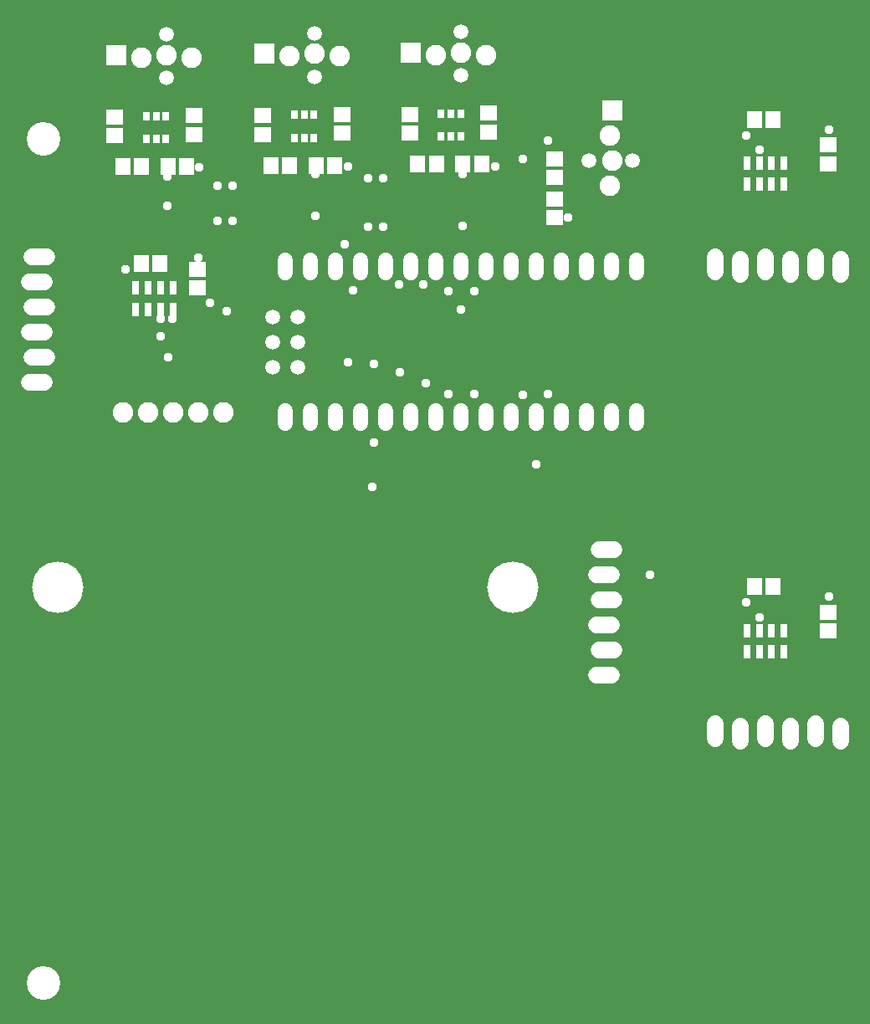
<source format=gbr>
G04 EAGLE Gerber RS-274X export*
G75*
%MOMM*%
%FSLAX34Y34*%
%LPD*%
%INSoldermask Top*%
%IPNEG*%
%AMOC8*
5,1,8,0,0,1.08239X$1,22.5*%
G01*
%ADD10C,3.403200*%
%ADD11R,0.753200X1.353200*%
%ADD12C,1.511200*%
%ADD13C,1.511200*%
%ADD14R,1.703200X1.503200*%
%ADD15R,1.503200X1.703200*%
%ADD16C,1.727200*%
%ADD17R,2.082800X2.082800*%
%ADD18C,2.082800*%
%ADD19C,1.503200*%
%ADD20R,0.711200X0.903200*%
%ADD21C,5.203200*%
%ADD22C,0.959600*%


D10*
X-301900Y87150D03*
X-301900Y941050D03*
D11*
X-170870Y790270D03*
X-183370Y790270D03*
X-195870Y790270D03*
X-208370Y790270D03*
X-208370Y768770D03*
X-195870Y768770D03*
X-183370Y768770D03*
X-170870Y768770D03*
D12*
X-57020Y666140D02*
X-57020Y653060D01*
X-31620Y653060D02*
X-31620Y666140D01*
X-6220Y666140D02*
X-6220Y653060D01*
X19180Y653060D02*
X19180Y666140D01*
X44580Y666140D02*
X44580Y653060D01*
X69980Y653060D02*
X69980Y666140D01*
X95380Y666140D02*
X95380Y653060D01*
X120780Y653060D02*
X120780Y666140D01*
X146180Y666140D02*
X146180Y653060D01*
X171580Y653060D02*
X171580Y666140D01*
X196980Y666140D02*
X196980Y653060D01*
X222380Y653060D02*
X222380Y666140D01*
X-57020Y805460D02*
X-57020Y818540D01*
X-31620Y818540D02*
X-31620Y805460D01*
X-6220Y805460D02*
X-6220Y818540D01*
X146180Y818540D02*
X146180Y805460D01*
X171580Y805460D02*
X171580Y818540D01*
X196980Y818540D02*
X196980Y805460D01*
X222380Y805460D02*
X222380Y818540D01*
X298580Y818540D02*
X298580Y805460D01*
X298580Y666140D02*
X298580Y653060D01*
X273180Y653060D02*
X273180Y666140D01*
X247780Y666140D02*
X247780Y653060D01*
X273180Y805460D02*
X273180Y818540D01*
X247780Y818540D02*
X247780Y805460D01*
X19180Y805460D02*
X19180Y818540D01*
D13*
X-44320Y761200D03*
X-44320Y735800D03*
X-44320Y710400D03*
D12*
X120780Y805460D02*
X120780Y818540D01*
X95380Y818540D02*
X95380Y805460D01*
X69980Y805460D02*
X69980Y818540D01*
X44580Y818540D02*
X44580Y805460D01*
D13*
X-69720Y761200D03*
X-69720Y735800D03*
X-69720Y710400D03*
D14*
X-146330Y790210D03*
X-146330Y809210D03*
D15*
X-183930Y815080D03*
X-202930Y815080D03*
D16*
X-298500Y821520D02*
X-313740Y821520D01*
X-316280Y796120D02*
X-301040Y796120D01*
X-298500Y770720D02*
X-313740Y770720D01*
X-316280Y745320D02*
X-301040Y745320D01*
X-298500Y719920D02*
X-313740Y719920D01*
X-316280Y694520D02*
X-301040Y694520D01*
X257510Y398600D02*
X272750Y398600D01*
X275290Y424000D02*
X260050Y424000D01*
X257510Y449400D02*
X272750Y449400D01*
X275290Y474800D02*
X260050Y474800D01*
X257510Y500200D02*
X272750Y500200D01*
X275290Y525600D02*
X260050Y525600D01*
D17*
X-228600Y1026160D03*
D18*
X-203200Y1023620D03*
X-177800Y1026160D03*
X-152400Y1023620D03*
D19*
X-177800Y1046890D03*
X-177800Y1002890D03*
D20*
X-177960Y964120D03*
X-187960Y964120D03*
X-197960Y964120D03*
X-197960Y940880D03*
X-187960Y940880D03*
X-177960Y940880D03*
D14*
X-149860Y945540D03*
X-149860Y964540D03*
X-229870Y963270D03*
X-229870Y944270D03*
D15*
X-221590Y913130D03*
X-202590Y913130D03*
X-156870Y913130D03*
X-175870Y913130D03*
D17*
X-78740Y1027430D03*
D18*
X-53340Y1024890D03*
X-27940Y1027430D03*
X-2540Y1024890D03*
D19*
X-27940Y1048160D03*
X-27940Y1004160D03*
D20*
X-28100Y965390D03*
X-38100Y965390D03*
X-48100Y965390D03*
X-48100Y942150D03*
X-38100Y942150D03*
X-28100Y942150D03*
D14*
X0Y946810D03*
X0Y965810D03*
X-80010Y964540D03*
X-80010Y945540D03*
D15*
X-71730Y914400D03*
X-52730Y914400D03*
X-7010Y914400D03*
X-26010Y914400D03*
D17*
X69850Y1028700D03*
D18*
X95250Y1026160D03*
X120650Y1028700D03*
X146050Y1026160D03*
D19*
X120650Y1049430D03*
X120650Y1005430D03*
D20*
X120490Y966660D03*
X110490Y966660D03*
X100490Y966660D03*
X100490Y943420D03*
X110490Y943420D03*
X120490Y943420D03*
D14*
X148590Y948080D03*
X148590Y967080D03*
X68580Y965810D03*
X68580Y946810D03*
D15*
X76860Y915670D03*
X95860Y915670D03*
X141580Y915670D03*
X122580Y915670D03*
D17*
X273710Y970430D03*
D18*
X271170Y945030D03*
X273710Y919630D03*
X271170Y894230D03*
D19*
X294440Y919630D03*
X250440Y919630D03*
D21*
X172800Y487500D03*
X-287200Y487500D03*
D18*
X-221800Y664300D03*
X-196400Y664300D03*
X-171000Y664300D03*
X-145600Y664300D03*
X-120200Y664300D03*
D14*
X215700Y902000D03*
X215700Y921000D03*
X215500Y861500D03*
X215500Y880500D03*
X492700Y916150D03*
X492700Y935150D03*
D15*
X436700Y961050D03*
X417700Y961050D03*
D11*
X447650Y916700D03*
X435150Y916700D03*
X422650Y916700D03*
X410150Y916700D03*
X410150Y895200D03*
X422650Y895200D03*
X435150Y895200D03*
X447650Y895200D03*
D16*
X378100Y821970D02*
X378100Y806730D01*
X403500Y804190D02*
X403500Y819430D01*
X428900Y821970D02*
X428900Y806730D01*
X454300Y804190D02*
X454300Y819430D01*
X479700Y821970D02*
X479700Y806730D01*
X505100Y804190D02*
X505100Y819430D01*
D14*
X492700Y443200D03*
X492700Y462200D03*
D15*
X436700Y488100D03*
X417700Y488100D03*
D11*
X447650Y443750D03*
X435150Y443750D03*
X422650Y443750D03*
X410150Y443750D03*
X410150Y422250D03*
X422650Y422250D03*
X435150Y422250D03*
X447650Y422250D03*
D16*
X378100Y349020D02*
X378100Y333780D01*
X403500Y331240D02*
X403500Y346480D01*
X428900Y349020D02*
X428900Y333780D01*
X454300Y331240D02*
X454300Y346480D01*
X479700Y349020D02*
X479700Y333780D01*
X505100Y331240D02*
X505100Y346480D01*
D22*
X-218500Y809500D03*
X-144200Y912400D03*
X6400Y913000D03*
X155000Y913700D03*
X229400Y861300D03*
X-145200Y820600D03*
X493000Y950950D03*
X409000Y944950D03*
X423000Y929950D03*
X493000Y478000D03*
X409000Y472000D03*
X423000Y457000D03*
X-175600Y719900D03*
X-171300Y759500D03*
X311900Y500200D03*
X-133000Y775700D03*
X-116700Y766700D03*
X120300Y768500D03*
X-183400Y759100D03*
X-183200Y741020D03*
X2900Y834400D03*
X31000Y588900D03*
X32300Y634000D03*
X32400Y713400D03*
X-176530Y902970D03*
X-176530Y873760D03*
X121920Y905510D03*
X121920Y853440D03*
X-26670Y905510D03*
X-26670Y863600D03*
X183500Y682400D03*
X183600Y921200D03*
X41910Y901700D03*
X41910Y852170D03*
X133800Y787000D03*
X133900Y683000D03*
X-110490Y894080D03*
X-110490Y858520D03*
X82700Y793600D03*
X84900Y693800D03*
X208700Y682800D03*
X208400Y939200D03*
X26670Y901700D03*
X26670Y852170D03*
X107900Y787400D03*
X108100Y682600D03*
X-125730Y894080D03*
X-125730Y858520D03*
X58300Y793800D03*
X58500Y705200D03*
X6200Y714800D03*
X11500Y787700D03*
X197200Y612000D03*
M02*

</source>
